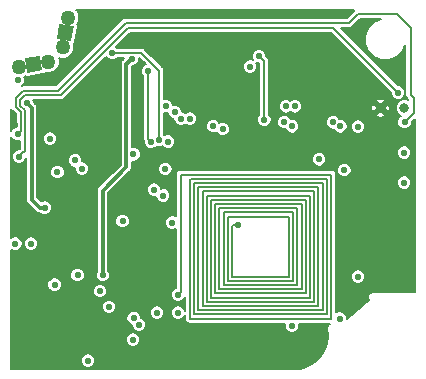
<source format=gbr>
G04 #@! TF.GenerationSoftware,KiCad,Pcbnew,(5.0.0-rc2-92-g9552e0272)*
G04 #@! TF.CreationDate,2018-06-17T01:32:07-07:00*
G04 #@! TF.ProjectId,sprite,7370726974652E6B696361645F706362,rev?*
G04 #@! TF.SameCoordinates,Original*
G04 #@! TF.FileFunction,Copper,L2,Inr,Plane*
G04 #@! TF.FilePolarity,Positive*
%FSLAX46Y46*%
G04 Gerber Fmt 4.6, Leading zero omitted, Abs format (unit mm)*
G04 Created by KiCad (PCBNEW (5.0.0-rc2-92-g9552e0272)) date Sun Jun 17 01:32:07 2018*
%MOMM*%
%LPD*%
G01*
G04 APERTURE LIST*
G04 #@! TA.AperFunction,ViaPad*
%ADD10C,0.812800*%
G04 #@! TD*
G04 #@! TA.AperFunction,ViaPad*
%ADD11C,1.270000*%
G04 #@! TD*
G04 #@! TA.AperFunction,Conductor*
%ADD12C,0.076200*%
G04 #@! TD*
G04 #@! TA.AperFunction,ViaPad*
%ADD13C,0.558800*%
G04 #@! TD*
G04 #@! TA.AperFunction,Conductor*
%ADD14C,0.304800*%
G04 #@! TD*
G04 #@! TA.AperFunction,Conductor*
%ADD15C,0.203200*%
G04 #@! TD*
G04 #@! TA.AperFunction,Conductor*
%ADD16C,0.152400*%
G04 #@! TD*
G04 APERTURE END LIST*
D10*
G04 #@! TO.N,GND*
G04 #@! TO.C,B1*
X152541100Y-92152074D03*
G04 #@! TO.N,/VBAT*
X154541100Y-92152074D03*
G04 #@! TD*
D11*
G04 #@! TO.N,/RF_N*
G04 #@! TO.C,A1*
X121890394Y-88672607D03*
X124391806Y-88231541D03*
X123141100Y-88452074D03*
D12*
G36*
X123656186Y-87716454D02*
X123876720Y-88967160D01*
X122626014Y-89187694D01*
X122405480Y-87936988D01*
X123656186Y-87716454D01*
X123656186Y-87716454D01*
G37*
G04 #@! TD*
D11*
G04 #@! TO.N,/RF_P*
G04 #@! TO.C,A2*
X125620567Y-87002780D03*
X126061633Y-84501368D03*
X125841100Y-85752074D03*
D12*
G36*
X125326014Y-85016454D02*
X126576720Y-85236988D01*
X126356186Y-86487694D01*
X125105480Y-86267160D01*
X125326014Y-85016454D01*
X125326014Y-85016454D01*
G37*
G04 #@! TD*
D13*
G04 #@! TO.N,VCC*
X131572000Y-111760000D03*
X131445000Y-88005112D03*
X121607700Y-103632000D03*
X129013769Y-106302674D03*
G04 #@! TO.N,GND*
X154178000Y-100838000D03*
X149352000Y-95504000D03*
X131064000Y-107696000D03*
X153162000Y-97282000D03*
X124714000Y-104394000D03*
X124206000Y-112014000D03*
X143827500Y-84328000D03*
X133096000Y-103886000D03*
X149606000Y-106426000D03*
X129540000Y-84836000D03*
X121539000Y-99441000D03*
X136652000Y-87401410D03*
X138938000Y-87401410D03*
X132842000Y-113601500D03*
X134747000Y-87566500D03*
X129540000Y-111252000D03*
X123825928Y-99884051D03*
X127571500Y-92329000D03*
X128524000Y-93980000D03*
X146812000Y-93700714D03*
X140462000Y-86360000D03*
X138049000Y-94996000D03*
X121539000Y-93599000D03*
X127254000Y-103886000D03*
X148286928Y-84393524D03*
X141478000Y-114046000D03*
X145542000Y-114046000D03*
G04 #@! TO.N,VCCINT*
X141478000Y-88646000D03*
X145034000Y-110617000D03*
X130683000Y-101727000D03*
X134873998Y-101854000D03*
X124079000Y-100584000D03*
X124932508Y-107105166D03*
X122555000Y-91701184D03*
G04 #@! TO.N,VCCIO*
X127762000Y-113538000D03*
X122936000Y-103632000D03*
X126873000Y-106299000D03*
X150622000Y-93726000D03*
X121793000Y-89789000D03*
G04 #@! TO.N,Net-(R6-Pad2)*
X142690833Y-93135433D03*
X142240000Y-87757000D03*
G04 #@! TO.N,/SDA*
X144526000Y-92004126D03*
X138353828Y-93693411D03*
X144383431Y-93345103D03*
G04 #@! TO.N,/SCL*
X145286309Y-92004192D03*
X145041633Y-93700714D03*
X139159901Y-93947901D03*
G04 #@! TO.N,/REG_D1*
X132867380Y-89027000D03*
X133084799Y-94995991D03*
G04 #@! TO.N,/REG_D0*
X135636000Y-93047365D03*
G04 #@! TO.N,/DSW*
X129821642Y-87471712D03*
X133784765Y-94869125D03*
G04 #@! TO.N,Net-(R10-Pad2)*
X134556500Y-94996000D03*
G04 #@! TO.N,Net-(R9-Pad1)*
X136398000Y-93047363D03*
G04 #@! TO.N,/PGOOD*
X135128000Y-92509886D03*
G04 #@! TO.N,/VBAT*
X134366000Y-91976486D03*
G04 #@! TO.N,/REGGOOD*
X124546167Y-94742000D03*
G04 #@! TO.N,Net-(R7-Pad1)*
X125177223Y-97586290D03*
G04 #@! TO.N,/EN_3*
X128778000Y-107645210D03*
G04 #@! TO.N,/EN_2*
X149462473Y-97400117D03*
X126677189Y-96583116D03*
G04 #@! TO.N,/EN_1*
X132080000Y-110490000D03*
G04 #@! TO.N,/TST*
X121793000Y-94361000D03*
X154559000Y-93345000D03*
G04 #@! TO.N,/UART_RX*
X154541100Y-98462074D03*
X134309429Y-97304922D03*
G04 #@! TO.N,/UART_TX*
X154541100Y-95922074D03*
X131610391Y-96071192D03*
G04 #@! TO.N,/PWM2*
X133604000Y-109474000D03*
X134121896Y-99558104D03*
G04 #@! TO.N,/PWM1*
X131625015Y-109943364D03*
X147341087Y-96494590D03*
X129536178Y-108969822D03*
X133349992Y-99060000D03*
G04 #@! TO.N,Net-(L4-Pad2)*
X148499742Y-93360490D03*
G04 #@! TO.N,Net-(R12-Pad1)*
X149124298Y-93700714D03*
G04 #@! TO.N,Net-(R22-Pad2)*
X135382000Y-109474000D03*
X149098000Y-109982000D03*
G04 #@! TO.N,Net-(R22-Pad1)*
X150622000Y-106426000D03*
X135382000Y-107950000D03*
X140462000Y-102082600D03*
G04 #@! TO.N,/~RST*
X154025600Y-90842074D03*
X121920000Y-96266000D03*
G04 #@! TO.N,Net-(U1-Pad47)*
X127254000Y-97281954D03*
G04 #@! TD*
D14*
G04 #@! TO.N,VCC*
X131013201Y-88436911D02*
X131013201Y-97134009D01*
X129013769Y-105907543D02*
X129013769Y-106302674D01*
X131445000Y-88005112D02*
X131013201Y-88436911D01*
X129013769Y-99133441D02*
X129013769Y-105907543D01*
X131013201Y-97134009D02*
X129013769Y-99133441D01*
G04 #@! TO.N,VCCINT*
X122999500Y-99899631D02*
X122999500Y-92145684D01*
X122999500Y-92145684D02*
X122834399Y-91980583D01*
X123683869Y-100584000D02*
X122999500Y-99899631D01*
X122834399Y-91980583D02*
X122555000Y-91701184D01*
X124079000Y-100584000D02*
X123683869Y-100584000D01*
D15*
G04 #@! TO.N,Net-(R6-Pad2)*
X142519399Y-88036399D02*
X142240000Y-87757000D01*
X142690833Y-93135433D02*
X142690833Y-88207833D01*
X142690833Y-88207833D02*
X142519399Y-88036399D01*
G04 #@! TO.N,/REG_D1*
X132867380Y-94778572D02*
X133084799Y-94995991D01*
X132867380Y-89027000D02*
X132867380Y-94778572D01*
G04 #@! TO.N,/DSW*
X132261205Y-87471712D02*
X133784765Y-88995272D01*
X133784765Y-88995272D02*
X133784765Y-94869125D01*
X129821642Y-87471712D02*
X132261205Y-87471712D01*
G04 #@! TO.N,/PGOOD*
X135128000Y-92509886D02*
X135089901Y-92547985D01*
G04 #@! TO.N,/TST*
X155067000Y-91059000D02*
X155321000Y-91313000D01*
X154838399Y-93065601D02*
X154559000Y-93345000D01*
X121793000Y-94361000D02*
X122072400Y-94081600D01*
X155067000Y-85344000D02*
X155067000Y-91059000D01*
X150585934Y-84201000D02*
X153924000Y-84201000D01*
X149860000Y-84926934D02*
X150585934Y-84201000D01*
X121665988Y-92090143D02*
X121665988Y-91283481D01*
X130973066Y-84926934D02*
X149860000Y-84926934D01*
X155321000Y-92583000D02*
X154838399Y-93065601D01*
X125229200Y-90670800D02*
X130973066Y-84926934D01*
X122278669Y-90670800D02*
X125229200Y-90670800D01*
X121665988Y-91283481D02*
X122278669Y-90670800D01*
X122072400Y-94081600D02*
X122072400Y-92496555D01*
X153924000Y-84201000D02*
X155067000Y-85344000D01*
X122072400Y-92496555D02*
X121665988Y-92090143D01*
X155321000Y-91313000D02*
X155321000Y-92583000D01*
G04 #@! TO.N,Net-(R22-Pad1)*
X140066869Y-102082600D02*
X140462000Y-102082600D01*
X139954000Y-102195469D02*
X140066869Y-102082600D01*
X139954000Y-106426000D02*
X139954000Y-102195469D01*
X135636000Y-97790000D02*
X148336000Y-97790000D01*
X148336000Y-109982000D02*
X136398000Y-109982000D01*
X137109200Y-109270800D02*
X137109200Y-98856800D01*
X138176000Y-108204000D02*
X138176000Y-99923600D01*
X136753600Y-98501200D02*
X147624800Y-98501200D01*
X135382000Y-107950000D02*
X135636000Y-107696000D01*
X139598400Y-106781600D02*
X139598400Y-101346000D01*
X147624800Y-98501200D02*
X147624800Y-109270800D01*
X148336000Y-97790000D02*
X148336000Y-109982000D01*
X147624800Y-109270800D02*
X137109200Y-109270800D01*
X139242800Y-100990400D02*
X145135600Y-100990400D01*
X147269200Y-98856800D02*
X147269200Y-108915200D01*
X145491200Y-100634800D02*
X145491200Y-107137200D01*
X136398000Y-109982000D02*
X136398000Y-98247200D01*
X139242800Y-107137200D02*
X139242800Y-100990400D01*
X136753600Y-109626400D02*
X136753600Y-98501200D01*
X147980400Y-109626400D02*
X136753600Y-109626400D01*
X136398000Y-98247200D02*
X136499600Y-98145600D01*
X146913600Y-99212400D02*
X146913600Y-108559600D01*
X145135600Y-100990400D02*
X145135600Y-106781600D01*
X137464800Y-99212400D02*
X146913600Y-99212400D01*
X147269200Y-108915200D02*
X137464800Y-108915200D01*
X136499600Y-98145600D02*
X147980400Y-98145600D01*
X137109200Y-98856800D02*
X147269200Y-98856800D01*
X146913600Y-108559600D02*
X137820400Y-108559600D01*
X147980400Y-98145600D02*
X147980400Y-109626400D01*
X137820400Y-108559600D02*
X137820400Y-99568000D01*
X146558000Y-99568000D02*
X146558000Y-108204000D01*
X138176000Y-99923600D02*
X146202400Y-99923600D01*
X138531600Y-107848400D02*
X138531600Y-100279200D01*
X146202400Y-99923600D02*
X146202400Y-107848400D01*
X146558000Y-108204000D02*
X138176000Y-108204000D01*
X146202400Y-107848400D02*
X138531600Y-107848400D01*
X137464800Y-108915200D02*
X137464800Y-99212400D01*
X138531600Y-100279200D02*
X145846800Y-100279200D01*
X145846800Y-100279200D02*
X145846800Y-107492800D01*
X138887200Y-107492800D02*
X138887200Y-100634800D01*
X145846800Y-107492800D02*
X138887200Y-107492800D01*
X145491200Y-107137200D02*
X139242800Y-107137200D01*
X138887200Y-100634800D02*
X145491200Y-100634800D01*
X137820400Y-99568000D02*
X146558000Y-99568000D01*
X145135600Y-106781600D02*
X139598400Y-106781600D01*
X139598400Y-101346000D02*
X144780000Y-101346000D01*
X135636000Y-107696000D02*
X135636000Y-97790000D01*
X144780000Y-101346000D02*
X144780000Y-106426000D01*
X144780000Y-106426000D02*
X139954000Y-106426000D01*
G04 #@! TO.N,/~RST*
X154025600Y-90842074D02*
X148527526Y-85344000D01*
X122021599Y-91942845D02*
X122428011Y-92349257D01*
X131159920Y-85344000D02*
X125477509Y-91026411D01*
X122425967Y-91026411D02*
X122021599Y-91430779D01*
X122428011Y-95757989D02*
X122199399Y-95986601D01*
X122428011Y-92349257D02*
X122428011Y-95757989D01*
X125477509Y-91026411D02*
X122425967Y-91026411D01*
X148527526Y-85344000D02*
X131159920Y-85344000D01*
X122199399Y-95986601D02*
X121920000Y-96266000D01*
X122021599Y-91430779D02*
X122021599Y-91942845D01*
G04 #@! TD*
D16*
G04 #@! TO.N,GND*
G36*
X151961020Y-84885281D02*
X151474307Y-85371994D01*
X151210900Y-86007916D01*
X151210900Y-86696232D01*
X151474307Y-87332154D01*
X151961020Y-87818867D01*
X152596942Y-88082274D01*
X153285258Y-88082274D01*
X153921180Y-87818867D01*
X154407893Y-87332154D01*
X154635200Y-86783385D01*
X154635201Y-91016473D01*
X154626742Y-91059000D01*
X154660254Y-91227479D01*
X154731601Y-91334258D01*
X154731603Y-91334260D01*
X154755691Y-91370310D01*
X154791741Y-91394398D01*
X154889200Y-91491857D01*
X154889200Y-91498972D01*
X154687619Y-91415474D01*
X154394581Y-91415474D01*
X154123850Y-91527615D01*
X153916641Y-91734824D01*
X153804500Y-92005555D01*
X153804500Y-92298593D01*
X153916641Y-92569324D01*
X154123850Y-92776533D01*
X154231144Y-92820976D01*
X154213689Y-92828206D01*
X154042206Y-92999689D01*
X153949400Y-93223743D01*
X153949400Y-93466257D01*
X154042206Y-93690311D01*
X154213689Y-93861794D01*
X154437743Y-93954600D01*
X154680257Y-93954600D01*
X154904311Y-93861794D01*
X155075794Y-93690311D01*
X155168600Y-93466257D01*
X155168600Y-93346058D01*
X155173798Y-93340860D01*
X155173800Y-93340857D01*
X155435901Y-93078757D01*
X155435900Y-107746874D01*
X151801193Y-107746874D01*
X151682999Y-107770384D01*
X151548967Y-107859941D01*
X151459410Y-107993973D01*
X151427962Y-108152074D01*
X151459410Y-108310175D01*
X151544159Y-108437011D01*
X149707600Y-109967477D01*
X149707600Y-109860743D01*
X149614794Y-109636689D01*
X149443311Y-109465206D01*
X149219257Y-109372400D01*
X148976743Y-109372400D01*
X148767800Y-109458947D01*
X148767800Y-106304743D01*
X150012400Y-106304743D01*
X150012400Y-106547257D01*
X150105206Y-106771311D01*
X150276689Y-106942794D01*
X150500743Y-107035600D01*
X150743257Y-107035600D01*
X150967311Y-106942794D01*
X151138794Y-106771311D01*
X151231600Y-106547257D01*
X151231600Y-106304743D01*
X151138794Y-106080689D01*
X150967311Y-105909206D01*
X150743257Y-105816400D01*
X150500743Y-105816400D01*
X150276689Y-105909206D01*
X150105206Y-106080689D01*
X150012400Y-106304743D01*
X148767800Y-106304743D01*
X148767800Y-98340817D01*
X153931500Y-98340817D01*
X153931500Y-98583331D01*
X154024306Y-98807385D01*
X154195789Y-98978868D01*
X154419843Y-99071674D01*
X154662357Y-99071674D01*
X154886411Y-98978868D01*
X155057894Y-98807385D01*
X155150700Y-98583331D01*
X155150700Y-98340817D01*
X155057894Y-98116763D01*
X154886411Y-97945280D01*
X154662357Y-97852474D01*
X154419843Y-97852474D01*
X154195789Y-97945280D01*
X154024306Y-98116763D01*
X153931500Y-98340817D01*
X148767800Y-98340817D01*
X148767800Y-97832526D01*
X148776259Y-97790000D01*
X148742746Y-97621520D01*
X148647310Y-97478690D01*
X148504480Y-97383254D01*
X148378526Y-97358200D01*
X148336000Y-97349741D01*
X148293474Y-97358200D01*
X135678526Y-97358200D01*
X135636000Y-97349741D01*
X135593474Y-97358200D01*
X135467520Y-97383254D01*
X135324690Y-97478690D01*
X135229254Y-97621520D01*
X135195741Y-97790000D01*
X135204201Y-97832531D01*
X135204201Y-101330948D01*
X134995255Y-101244400D01*
X134752741Y-101244400D01*
X134528687Y-101337206D01*
X134357204Y-101508689D01*
X134264398Y-101732743D01*
X134264398Y-101975257D01*
X134357204Y-102199311D01*
X134528687Y-102370794D01*
X134752741Y-102463600D01*
X134995255Y-102463600D01*
X135204201Y-102377052D01*
X135204200Y-107363821D01*
X135036689Y-107433206D01*
X134865206Y-107604689D01*
X134772400Y-107828743D01*
X134772400Y-108071257D01*
X134865206Y-108295311D01*
X135036689Y-108466794D01*
X135260743Y-108559600D01*
X135503257Y-108559600D01*
X135727311Y-108466794D01*
X135898794Y-108295311D01*
X135966200Y-108132578D01*
X135966200Y-109291422D01*
X135898794Y-109128689D01*
X135727311Y-108957206D01*
X135503257Y-108864400D01*
X135260743Y-108864400D01*
X135036689Y-108957206D01*
X134865206Y-109128689D01*
X134772400Y-109352743D01*
X134772400Y-109595257D01*
X134865206Y-109819311D01*
X135036689Y-109990794D01*
X135260743Y-110083600D01*
X135503257Y-110083600D01*
X135727311Y-109990794D01*
X135898794Y-109819311D01*
X135966200Y-109656578D01*
X135966200Y-109939474D01*
X135957741Y-109982000D01*
X135991254Y-110150480D01*
X136043283Y-110228347D01*
X136086690Y-110293310D01*
X136229520Y-110388746D01*
X136398000Y-110422259D01*
X136440526Y-110413800D01*
X144458342Y-110413800D01*
X144424400Y-110495743D01*
X144424400Y-110738257D01*
X144517206Y-110962311D01*
X144688689Y-111133794D01*
X144912743Y-111226600D01*
X145155257Y-111226600D01*
X145379311Y-111133794D01*
X145550794Y-110962311D01*
X145643600Y-110738257D01*
X145643600Y-110495743D01*
X145609658Y-110413800D01*
X148218022Y-110413800D01*
X148148967Y-110459941D01*
X148059410Y-110593973D01*
X148027962Y-110752074D01*
X148038750Y-110806307D01*
X148085648Y-111459797D01*
X147993827Y-112089582D01*
X147768910Y-112684959D01*
X147421393Y-113218148D01*
X146967484Y-113664278D01*
X146428369Y-114002529D01*
X145813761Y-114222649D01*
X145698852Y-114246874D01*
X121246300Y-114246874D01*
X121246300Y-113416743D01*
X127152400Y-113416743D01*
X127152400Y-113659257D01*
X127245206Y-113883311D01*
X127416689Y-114054794D01*
X127640743Y-114147600D01*
X127883257Y-114147600D01*
X128107311Y-114054794D01*
X128278794Y-113883311D01*
X128371600Y-113659257D01*
X128371600Y-113416743D01*
X128278794Y-113192689D01*
X128107311Y-113021206D01*
X127883257Y-112928400D01*
X127640743Y-112928400D01*
X127416689Y-113021206D01*
X127245206Y-113192689D01*
X127152400Y-113416743D01*
X121246300Y-113416743D01*
X121246300Y-111638743D01*
X130962400Y-111638743D01*
X130962400Y-111881257D01*
X131055206Y-112105311D01*
X131226689Y-112276794D01*
X131450743Y-112369600D01*
X131693257Y-112369600D01*
X131917311Y-112276794D01*
X132088794Y-112105311D01*
X132181600Y-111881257D01*
X132181600Y-111638743D01*
X132088794Y-111414689D01*
X131917311Y-111243206D01*
X131693257Y-111150400D01*
X131450743Y-111150400D01*
X131226689Y-111243206D01*
X131055206Y-111414689D01*
X130962400Y-111638743D01*
X121246300Y-111638743D01*
X121246300Y-109822107D01*
X131015415Y-109822107D01*
X131015415Y-110064621D01*
X131108221Y-110288675D01*
X131279704Y-110460158D01*
X131470400Y-110539147D01*
X131470400Y-110611257D01*
X131563206Y-110835311D01*
X131734689Y-111006794D01*
X131958743Y-111099600D01*
X132201257Y-111099600D01*
X132425311Y-111006794D01*
X132596794Y-110835311D01*
X132689600Y-110611257D01*
X132689600Y-110368743D01*
X132596794Y-110144689D01*
X132425311Y-109973206D01*
X132234615Y-109894217D01*
X132234615Y-109822107D01*
X132141809Y-109598053D01*
X131970326Y-109426570D01*
X131792092Y-109352743D01*
X132994400Y-109352743D01*
X132994400Y-109595257D01*
X133087206Y-109819311D01*
X133258689Y-109990794D01*
X133482743Y-110083600D01*
X133725257Y-110083600D01*
X133949311Y-109990794D01*
X134120794Y-109819311D01*
X134213600Y-109595257D01*
X134213600Y-109352743D01*
X134120794Y-109128689D01*
X133949311Y-108957206D01*
X133725257Y-108864400D01*
X133482743Y-108864400D01*
X133258689Y-108957206D01*
X133087206Y-109128689D01*
X132994400Y-109352743D01*
X131792092Y-109352743D01*
X131746272Y-109333764D01*
X131503758Y-109333764D01*
X131279704Y-109426570D01*
X131108221Y-109598053D01*
X131015415Y-109822107D01*
X121246300Y-109822107D01*
X121246300Y-108848565D01*
X128926578Y-108848565D01*
X128926578Y-109091079D01*
X129019384Y-109315133D01*
X129190867Y-109486616D01*
X129414921Y-109579422D01*
X129657435Y-109579422D01*
X129881489Y-109486616D01*
X130052972Y-109315133D01*
X130145778Y-109091079D01*
X130145778Y-108848565D01*
X130052972Y-108624511D01*
X129881489Y-108453028D01*
X129657435Y-108360222D01*
X129414921Y-108360222D01*
X129190867Y-108453028D01*
X129019384Y-108624511D01*
X128926578Y-108848565D01*
X121246300Y-108848565D01*
X121246300Y-106983909D01*
X124322908Y-106983909D01*
X124322908Y-107226423D01*
X124415714Y-107450477D01*
X124587197Y-107621960D01*
X124811251Y-107714766D01*
X125053765Y-107714766D01*
X125277819Y-107621960D01*
X125375826Y-107523953D01*
X128168400Y-107523953D01*
X128168400Y-107766467D01*
X128261206Y-107990521D01*
X128432689Y-108162004D01*
X128656743Y-108254810D01*
X128899257Y-108254810D01*
X129123311Y-108162004D01*
X129294794Y-107990521D01*
X129387600Y-107766467D01*
X129387600Y-107523953D01*
X129294794Y-107299899D01*
X129123311Y-107128416D01*
X128899257Y-107035610D01*
X128656743Y-107035610D01*
X128432689Y-107128416D01*
X128261206Y-107299899D01*
X128168400Y-107523953D01*
X125375826Y-107523953D01*
X125449302Y-107450477D01*
X125542108Y-107226423D01*
X125542108Y-106983909D01*
X125449302Y-106759855D01*
X125277819Y-106588372D01*
X125053765Y-106495566D01*
X124811251Y-106495566D01*
X124587197Y-106588372D01*
X124415714Y-106759855D01*
X124322908Y-106983909D01*
X121246300Y-106983909D01*
X121246300Y-106177743D01*
X126263400Y-106177743D01*
X126263400Y-106420257D01*
X126356206Y-106644311D01*
X126527689Y-106815794D01*
X126751743Y-106908600D01*
X126994257Y-106908600D01*
X127218311Y-106815794D01*
X127389794Y-106644311D01*
X127482600Y-106420257D01*
X127482600Y-106177743D01*
X127389794Y-105953689D01*
X127218311Y-105782206D01*
X126994257Y-105689400D01*
X126751743Y-105689400D01*
X126527689Y-105782206D01*
X126356206Y-105953689D01*
X126263400Y-106177743D01*
X121246300Y-106177743D01*
X121246300Y-104132705D01*
X121262389Y-104148794D01*
X121486443Y-104241600D01*
X121728957Y-104241600D01*
X121953011Y-104148794D01*
X122124494Y-103977311D01*
X122217300Y-103753257D01*
X122217300Y-103510743D01*
X122326400Y-103510743D01*
X122326400Y-103753257D01*
X122419206Y-103977311D01*
X122590689Y-104148794D01*
X122814743Y-104241600D01*
X123057257Y-104241600D01*
X123281311Y-104148794D01*
X123452794Y-103977311D01*
X123545600Y-103753257D01*
X123545600Y-103510743D01*
X123452794Y-103286689D01*
X123281311Y-103115206D01*
X123057257Y-103022400D01*
X122814743Y-103022400D01*
X122590689Y-103115206D01*
X122419206Y-103286689D01*
X122326400Y-103510743D01*
X122217300Y-103510743D01*
X122124494Y-103286689D01*
X121953011Y-103115206D01*
X121728957Y-103022400D01*
X121486443Y-103022400D01*
X121262389Y-103115206D01*
X121246300Y-103131295D01*
X121246300Y-94634111D01*
X121276206Y-94706311D01*
X121447689Y-94877794D01*
X121671743Y-94970600D01*
X121914257Y-94970600D01*
X121996212Y-94936653D01*
X121996212Y-95579132D01*
X121924144Y-95651200D01*
X121924140Y-95651202D01*
X121918942Y-95656400D01*
X121798743Y-95656400D01*
X121574689Y-95749206D01*
X121403206Y-95920689D01*
X121310400Y-96144743D01*
X121310400Y-96387257D01*
X121403206Y-96611311D01*
X121574689Y-96782794D01*
X121798743Y-96875600D01*
X122041257Y-96875600D01*
X122265311Y-96782794D01*
X122436794Y-96611311D01*
X122516900Y-96417916D01*
X122516900Y-99852103D01*
X122507446Y-99899631D01*
X122516900Y-99947159D01*
X122544901Y-100087931D01*
X122651565Y-100247566D01*
X122691864Y-100274493D01*
X123309009Y-100891639D01*
X123335934Y-100931935D01*
X123445188Y-101004936D01*
X123495567Y-101038599D01*
X123683869Y-101076054D01*
X123704788Y-101071893D01*
X123733689Y-101100794D01*
X123957743Y-101193600D01*
X124200257Y-101193600D01*
X124424311Y-101100794D01*
X124595794Y-100929311D01*
X124688600Y-100705257D01*
X124688600Y-100462743D01*
X124595794Y-100238689D01*
X124424311Y-100067206D01*
X124200257Y-99974400D01*
X123957743Y-99974400D01*
X123815632Y-100033264D01*
X123482100Y-99699733D01*
X123482100Y-97465033D01*
X124567623Y-97465033D01*
X124567623Y-97707547D01*
X124660429Y-97931601D01*
X124831912Y-98103084D01*
X125055966Y-98195890D01*
X125298480Y-98195890D01*
X125522534Y-98103084D01*
X125694017Y-97931601D01*
X125786823Y-97707547D01*
X125786823Y-97465033D01*
X125694017Y-97240979D01*
X125522534Y-97069496D01*
X125298480Y-96976690D01*
X125055966Y-96976690D01*
X124831912Y-97069496D01*
X124660429Y-97240979D01*
X124567623Y-97465033D01*
X123482100Y-97465033D01*
X123482100Y-96461859D01*
X126067589Y-96461859D01*
X126067589Y-96704373D01*
X126160395Y-96928427D01*
X126331878Y-97099910D01*
X126555932Y-97192716D01*
X126644400Y-97192716D01*
X126644400Y-97403211D01*
X126737206Y-97627265D01*
X126908689Y-97798748D01*
X127132743Y-97891554D01*
X127375257Y-97891554D01*
X127599311Y-97798748D01*
X127770794Y-97627265D01*
X127863600Y-97403211D01*
X127863600Y-97160697D01*
X127770794Y-96936643D01*
X127599311Y-96765160D01*
X127375257Y-96672354D01*
X127286789Y-96672354D01*
X127286789Y-96461859D01*
X127193983Y-96237805D01*
X127022500Y-96066322D01*
X126798446Y-95973516D01*
X126555932Y-95973516D01*
X126331878Y-96066322D01*
X126160395Y-96237805D01*
X126067589Y-96461859D01*
X123482100Y-96461859D01*
X123482100Y-94620743D01*
X123936567Y-94620743D01*
X123936567Y-94863257D01*
X124029373Y-95087311D01*
X124200856Y-95258794D01*
X124424910Y-95351600D01*
X124667424Y-95351600D01*
X124891478Y-95258794D01*
X125062961Y-95087311D01*
X125155767Y-94863257D01*
X125155767Y-94620743D01*
X125062961Y-94396689D01*
X124891478Y-94225206D01*
X124667424Y-94132400D01*
X124424910Y-94132400D01*
X124200856Y-94225206D01*
X124029373Y-94396689D01*
X123936567Y-94620743D01*
X123482100Y-94620743D01*
X123482100Y-92193211D01*
X123491554Y-92145683D01*
X123477295Y-92073998D01*
X123454099Y-91957383D01*
X123347435Y-91797749D01*
X123307136Y-91770822D01*
X123164600Y-91628286D01*
X123164600Y-91579927D01*
X123114184Y-91458211D01*
X125434987Y-91458211D01*
X125477509Y-91466669D01*
X125520031Y-91458211D01*
X125520035Y-91458211D01*
X125645989Y-91433157D01*
X125788819Y-91337721D01*
X125812909Y-91301668D01*
X129302712Y-87811866D01*
X129304848Y-87817023D01*
X129476331Y-87988506D01*
X129700385Y-88081312D01*
X129942899Y-88081312D01*
X130166953Y-87988506D01*
X130251947Y-87903512D01*
X130835400Y-87903512D01*
X130835400Y-87932214D01*
X130705564Y-88062050D01*
X130665266Y-88088976D01*
X130558602Y-88248611D01*
X130538351Y-88350423D01*
X130521147Y-88436911D01*
X130530601Y-88484439D01*
X130530602Y-96934109D01*
X128706133Y-98758579D01*
X128665834Y-98785506D01*
X128559170Y-98945141D01*
X128543230Y-99025280D01*
X128521715Y-99133441D01*
X128531169Y-99180969D01*
X128531170Y-105860010D01*
X128531169Y-105860015D01*
X128531169Y-105923169D01*
X128496975Y-105957363D01*
X128404169Y-106181417D01*
X128404169Y-106423931D01*
X128496975Y-106647985D01*
X128668458Y-106819468D01*
X128892512Y-106912274D01*
X129135026Y-106912274D01*
X129359080Y-106819468D01*
X129530563Y-106647985D01*
X129623369Y-106423931D01*
X129623369Y-106181417D01*
X129530563Y-105957363D01*
X129496369Y-105923169D01*
X129496369Y-101605743D01*
X130073400Y-101605743D01*
X130073400Y-101848257D01*
X130166206Y-102072311D01*
X130337689Y-102243794D01*
X130561743Y-102336600D01*
X130804257Y-102336600D01*
X131028311Y-102243794D01*
X131199794Y-102072311D01*
X131292600Y-101848257D01*
X131292600Y-101605743D01*
X131199794Y-101381689D01*
X131028311Y-101210206D01*
X130804257Y-101117400D01*
X130561743Y-101117400D01*
X130337689Y-101210206D01*
X130166206Y-101381689D01*
X130073400Y-101605743D01*
X129496369Y-101605743D01*
X129496369Y-99333339D01*
X129890965Y-98938743D01*
X132740392Y-98938743D01*
X132740392Y-99181257D01*
X132833198Y-99405311D01*
X133004681Y-99576794D01*
X133228735Y-99669600D01*
X133471249Y-99669600D01*
X133512296Y-99652598D01*
X133512296Y-99679361D01*
X133605102Y-99903415D01*
X133776585Y-100074898D01*
X134000639Y-100167704D01*
X134243153Y-100167704D01*
X134467207Y-100074898D01*
X134638690Y-99903415D01*
X134731496Y-99679361D01*
X134731496Y-99436847D01*
X134638690Y-99212793D01*
X134467207Y-99041310D01*
X134243153Y-98948504D01*
X134000639Y-98948504D01*
X133959592Y-98965506D01*
X133959592Y-98938743D01*
X133866786Y-98714689D01*
X133695303Y-98543206D01*
X133471249Y-98450400D01*
X133228735Y-98450400D01*
X133004681Y-98543206D01*
X132833198Y-98714689D01*
X132740392Y-98938743D01*
X129890965Y-98938743D01*
X131320840Y-97508869D01*
X131361136Y-97481944D01*
X131443819Y-97358200D01*
X131467800Y-97322311D01*
X131495377Y-97183665D01*
X133699829Y-97183665D01*
X133699829Y-97426179D01*
X133792635Y-97650233D01*
X133964118Y-97821716D01*
X134188172Y-97914522D01*
X134430686Y-97914522D01*
X134654740Y-97821716D01*
X134826223Y-97650233D01*
X134919029Y-97426179D01*
X134919029Y-97278860D01*
X148852873Y-97278860D01*
X148852873Y-97521374D01*
X148945679Y-97745428D01*
X149117162Y-97916911D01*
X149341216Y-98009717D01*
X149583730Y-98009717D01*
X149807784Y-97916911D01*
X149979267Y-97745428D01*
X150072073Y-97521374D01*
X150072073Y-97278860D01*
X149979267Y-97054806D01*
X149807784Y-96883323D01*
X149583730Y-96790517D01*
X149341216Y-96790517D01*
X149117162Y-96883323D01*
X148945679Y-97054806D01*
X148852873Y-97278860D01*
X134919029Y-97278860D01*
X134919029Y-97183665D01*
X134826223Y-96959611D01*
X134654740Y-96788128D01*
X134430686Y-96695322D01*
X134188172Y-96695322D01*
X133964118Y-96788128D01*
X133792635Y-96959611D01*
X133699829Y-97183665D01*
X131495377Y-97183665D01*
X131505255Y-97134009D01*
X131495801Y-97086480D01*
X131495801Y-96680792D01*
X131731648Y-96680792D01*
X131955702Y-96587986D01*
X132127185Y-96416503D01*
X132145066Y-96373333D01*
X146731487Y-96373333D01*
X146731487Y-96615847D01*
X146824293Y-96839901D01*
X146995776Y-97011384D01*
X147219830Y-97104190D01*
X147462344Y-97104190D01*
X147686398Y-97011384D01*
X147857881Y-96839901D01*
X147950687Y-96615847D01*
X147950687Y-96373333D01*
X147857881Y-96149279D01*
X147686398Y-95977796D01*
X147462344Y-95884990D01*
X147219830Y-95884990D01*
X146995776Y-95977796D01*
X146824293Y-96149279D01*
X146731487Y-96373333D01*
X132145066Y-96373333D01*
X132219991Y-96192449D01*
X132219991Y-95949935D01*
X132158225Y-95800817D01*
X153931500Y-95800817D01*
X153931500Y-96043331D01*
X154024306Y-96267385D01*
X154195789Y-96438868D01*
X154419843Y-96531674D01*
X154662357Y-96531674D01*
X154886411Y-96438868D01*
X155057894Y-96267385D01*
X155150700Y-96043331D01*
X155150700Y-95800817D01*
X155057894Y-95576763D01*
X154886411Y-95405280D01*
X154662357Y-95312474D01*
X154419843Y-95312474D01*
X154195789Y-95405280D01*
X154024306Y-95576763D01*
X153931500Y-95800817D01*
X132158225Y-95800817D01*
X132127185Y-95725881D01*
X131955702Y-95554398D01*
X131731648Y-95461592D01*
X131495801Y-95461592D01*
X131495801Y-88636809D01*
X131517898Y-88614712D01*
X131566257Y-88614712D01*
X131790311Y-88521906D01*
X131961794Y-88350423D01*
X132054600Y-88126369D01*
X132054600Y-87903512D01*
X132082348Y-87903512D01*
X132640137Y-88461301D01*
X132522069Y-88510206D01*
X132350586Y-88681689D01*
X132257780Y-88905743D01*
X132257780Y-89148257D01*
X132350586Y-89372311D01*
X132435580Y-89457305D01*
X132435581Y-94736045D01*
X132427122Y-94778572D01*
X132460634Y-94947051D01*
X132475199Y-94968849D01*
X132475199Y-95117248D01*
X132568005Y-95341302D01*
X132739488Y-95512785D01*
X132963542Y-95605591D01*
X133206056Y-95605591D01*
X133430110Y-95512785D01*
X133522555Y-95420340D01*
X133663508Y-95478725D01*
X133906022Y-95478725D01*
X134097717Y-95399322D01*
X134211189Y-95512794D01*
X134435243Y-95605600D01*
X134677757Y-95605600D01*
X134901811Y-95512794D01*
X135073294Y-95341311D01*
X135166100Y-95117257D01*
X135166100Y-94874743D01*
X135073294Y-94650689D01*
X134901811Y-94479206D01*
X134677757Y-94386400D01*
X134435243Y-94386400D01*
X134243548Y-94465803D01*
X134216565Y-94438820D01*
X134216565Y-92574414D01*
X134244743Y-92586086D01*
X134487257Y-92586086D01*
X134518400Y-92573186D01*
X134518400Y-92631143D01*
X134611206Y-92855197D01*
X134782689Y-93026680D01*
X135006743Y-93119486D01*
X135026400Y-93119486D01*
X135026400Y-93168622D01*
X135119206Y-93392676D01*
X135290689Y-93564159D01*
X135514743Y-93656965D01*
X135757257Y-93656965D01*
X135981311Y-93564159D01*
X136017001Y-93528469D01*
X136052689Y-93564157D01*
X136276743Y-93656963D01*
X136519257Y-93656963D01*
X136724004Y-93572154D01*
X137744228Y-93572154D01*
X137744228Y-93814668D01*
X137837034Y-94038722D01*
X138008517Y-94210205D01*
X138232571Y-94303011D01*
X138475085Y-94303011D01*
X138621965Y-94242171D01*
X138643107Y-94293212D01*
X138814590Y-94464695D01*
X139038644Y-94557501D01*
X139281158Y-94557501D01*
X139505212Y-94464695D01*
X139676695Y-94293212D01*
X139769501Y-94069158D01*
X139769501Y-93826644D01*
X139676695Y-93602590D01*
X139505212Y-93431107D01*
X139281158Y-93338301D01*
X139038644Y-93338301D01*
X138891764Y-93399141D01*
X138870622Y-93348100D01*
X138699139Y-93176617D01*
X138475085Y-93083811D01*
X138232571Y-93083811D01*
X138008517Y-93176617D01*
X137837034Y-93348100D01*
X137744228Y-93572154D01*
X136724004Y-93572154D01*
X136743311Y-93564157D01*
X136914794Y-93392674D01*
X137007600Y-93168620D01*
X137007600Y-92926106D01*
X136914794Y-92702052D01*
X136743311Y-92530569D01*
X136519257Y-92437763D01*
X136276743Y-92437763D01*
X136052689Y-92530569D01*
X136016999Y-92566259D01*
X135981311Y-92530571D01*
X135757257Y-92437765D01*
X135737600Y-92437765D01*
X135737600Y-92388629D01*
X135644794Y-92164575D01*
X135473311Y-91993092D01*
X135249257Y-91900286D01*
X135006743Y-91900286D01*
X134975600Y-91913186D01*
X134975600Y-91855229D01*
X134882794Y-91631175D01*
X134711311Y-91459692D01*
X134487257Y-91366886D01*
X134244743Y-91366886D01*
X134216565Y-91378558D01*
X134216565Y-89037793D01*
X134225023Y-88995271D01*
X134216565Y-88952747D01*
X134216565Y-88952746D01*
X134191511Y-88826792D01*
X134096075Y-88683962D01*
X134060023Y-88659873D01*
X133924893Y-88524743D01*
X140868400Y-88524743D01*
X140868400Y-88767257D01*
X140961206Y-88991311D01*
X141132689Y-89162794D01*
X141356743Y-89255600D01*
X141599257Y-89255600D01*
X141823311Y-89162794D01*
X141994794Y-88991311D01*
X142087600Y-88767257D01*
X142087600Y-88524743D01*
X142002079Y-88318276D01*
X142118743Y-88366600D01*
X142238942Y-88366600D01*
X142244140Y-88371798D01*
X142244144Y-88371801D01*
X142259034Y-88386691D01*
X142259033Y-92705128D01*
X142174039Y-92790122D01*
X142081233Y-93014176D01*
X142081233Y-93256690D01*
X142174039Y-93480744D01*
X142345522Y-93652227D01*
X142569576Y-93745033D01*
X142812090Y-93745033D01*
X143036144Y-93652227D01*
X143207627Y-93480744D01*
X143300433Y-93256690D01*
X143300433Y-93223846D01*
X143773831Y-93223846D01*
X143773831Y-93466360D01*
X143866637Y-93690414D01*
X144038120Y-93861897D01*
X144262174Y-93954703D01*
X144487012Y-93954703D01*
X144524839Y-94046025D01*
X144696322Y-94217508D01*
X144920376Y-94310314D01*
X145162890Y-94310314D01*
X145386944Y-94217508D01*
X145558427Y-94046025D01*
X145651233Y-93821971D01*
X145651233Y-93579457D01*
X145558427Y-93355403D01*
X145442257Y-93239233D01*
X147890142Y-93239233D01*
X147890142Y-93481747D01*
X147982948Y-93705801D01*
X148154431Y-93877284D01*
X148378485Y-93970090D01*
X148576051Y-93970090D01*
X148607504Y-94046025D01*
X148778987Y-94217508D01*
X149003041Y-94310314D01*
X149245555Y-94310314D01*
X149469609Y-94217508D01*
X149641092Y-94046025D01*
X149733898Y-93821971D01*
X149733898Y-93604743D01*
X150012400Y-93604743D01*
X150012400Y-93847257D01*
X150105206Y-94071311D01*
X150276689Y-94242794D01*
X150500743Y-94335600D01*
X150743257Y-94335600D01*
X150967311Y-94242794D01*
X151138794Y-94071311D01*
X151231600Y-93847257D01*
X151231600Y-93604743D01*
X151138794Y-93380689D01*
X150967311Y-93209206D01*
X150743257Y-93116400D01*
X150500743Y-93116400D01*
X150276689Y-93209206D01*
X150105206Y-93380689D01*
X150012400Y-93604743D01*
X149733898Y-93604743D01*
X149733898Y-93579457D01*
X149641092Y-93355403D01*
X149469609Y-93183920D01*
X149245555Y-93091114D01*
X149047989Y-93091114D01*
X149016536Y-93015179D01*
X148845053Y-92843696D01*
X148648005Y-92762076D01*
X152182545Y-92762076D01*
X152224772Y-92889953D01*
X152531225Y-92954839D01*
X152839182Y-92897511D01*
X152857428Y-92889953D01*
X152899655Y-92762076D01*
X152541100Y-92403521D01*
X152182545Y-92762076D01*
X148648005Y-92762076D01*
X148620999Y-92750890D01*
X148378485Y-92750890D01*
X148154431Y-92843696D01*
X147982948Y-93015179D01*
X147890142Y-93239233D01*
X145442257Y-93239233D01*
X145386944Y-93183920D01*
X145162890Y-93091114D01*
X144938052Y-93091114D01*
X144900225Y-92999792D01*
X144728742Y-92828309D01*
X144504688Y-92735503D01*
X144262174Y-92735503D01*
X144038120Y-92828309D01*
X143866637Y-92999792D01*
X143773831Y-93223846D01*
X143300433Y-93223846D01*
X143300433Y-93014176D01*
X143207627Y-92790122D01*
X143122633Y-92705128D01*
X143122633Y-91882869D01*
X143916400Y-91882869D01*
X143916400Y-92125383D01*
X144009206Y-92349437D01*
X144180689Y-92520920D01*
X144404743Y-92613726D01*
X144647257Y-92613726D01*
X144871311Y-92520920D01*
X144906122Y-92486110D01*
X144940998Y-92520986D01*
X145165052Y-92613792D01*
X145407566Y-92613792D01*
X145631620Y-92520986D01*
X145803103Y-92349503D01*
X145888970Y-92142199D01*
X151738335Y-92142199D01*
X151795663Y-92450156D01*
X151803221Y-92468402D01*
X151931098Y-92510629D01*
X152289653Y-92152074D01*
X152792547Y-92152074D01*
X153151102Y-92510629D01*
X153278979Y-92468402D01*
X153343865Y-92161949D01*
X153286537Y-91853992D01*
X153278979Y-91835746D01*
X153151102Y-91793519D01*
X152792547Y-92152074D01*
X152289653Y-92152074D01*
X151931098Y-91793519D01*
X151803221Y-91835746D01*
X151738335Y-92142199D01*
X145888970Y-92142199D01*
X145895909Y-92125449D01*
X145895909Y-91882935D01*
X145803103Y-91658881D01*
X145686294Y-91542072D01*
X152182545Y-91542072D01*
X152541100Y-91900627D01*
X152899655Y-91542072D01*
X152857428Y-91414195D01*
X152550975Y-91349309D01*
X152243018Y-91406637D01*
X152224772Y-91414195D01*
X152182545Y-91542072D01*
X145686294Y-91542072D01*
X145631620Y-91487398D01*
X145407566Y-91394592D01*
X145165052Y-91394592D01*
X144940998Y-91487398D01*
X144906188Y-91522209D01*
X144871311Y-91487332D01*
X144647257Y-91394526D01*
X144404743Y-91394526D01*
X144180689Y-91487332D01*
X144009206Y-91658815D01*
X143916400Y-91882869D01*
X143122633Y-91882869D01*
X143122633Y-88250354D01*
X143131091Y-88207832D01*
X143122633Y-88165310D01*
X143122633Y-88165307D01*
X143097579Y-88039353D01*
X143002143Y-87896523D01*
X142966088Y-87872432D01*
X142854801Y-87761144D01*
X142854798Y-87761140D01*
X142849600Y-87755942D01*
X142849600Y-87635743D01*
X142756794Y-87411689D01*
X142585311Y-87240206D01*
X142361257Y-87147400D01*
X142118743Y-87147400D01*
X141894689Y-87240206D01*
X141723206Y-87411689D01*
X141630400Y-87635743D01*
X141630400Y-87878257D01*
X141715921Y-88084724D01*
X141599257Y-88036400D01*
X141356743Y-88036400D01*
X141132689Y-88129206D01*
X140961206Y-88300689D01*
X140868400Y-88524743D01*
X133924893Y-88524743D01*
X132596605Y-87196455D01*
X132572515Y-87160402D01*
X132429685Y-87064966D01*
X132303731Y-87039912D01*
X132303727Y-87039912D01*
X132261205Y-87031454D01*
X132218683Y-87039912D01*
X130251947Y-87039912D01*
X130166953Y-86954918D01*
X130161796Y-86952782D01*
X131338778Y-85775800D01*
X148348669Y-85775800D01*
X153416000Y-90843132D01*
X153416000Y-90963331D01*
X153508806Y-91187385D01*
X153680289Y-91358868D01*
X153904343Y-91451674D01*
X154146857Y-91451674D01*
X154370911Y-91358868D01*
X154542394Y-91187385D01*
X154635200Y-90963331D01*
X154635200Y-90720817D01*
X154542394Y-90496763D01*
X154370911Y-90325280D01*
X154146857Y-90232474D01*
X154026658Y-90232474D01*
X149152917Y-85358734D01*
X149817478Y-85358734D01*
X149860000Y-85367192D01*
X149902522Y-85358734D01*
X149902526Y-85358734D01*
X150028480Y-85333680D01*
X150171310Y-85238244D01*
X150195399Y-85202192D01*
X150764792Y-84632800D01*
X152570564Y-84632800D01*
X151961020Y-84885281D01*
X151961020Y-84885281D01*
G37*
X151961020Y-84885281D02*
X151474307Y-85371994D01*
X151210900Y-86007916D01*
X151210900Y-86696232D01*
X151474307Y-87332154D01*
X151961020Y-87818867D01*
X152596942Y-88082274D01*
X153285258Y-88082274D01*
X153921180Y-87818867D01*
X154407893Y-87332154D01*
X154635200Y-86783385D01*
X154635201Y-91016473D01*
X154626742Y-91059000D01*
X154660254Y-91227479D01*
X154731601Y-91334258D01*
X154731603Y-91334260D01*
X154755691Y-91370310D01*
X154791741Y-91394398D01*
X154889200Y-91491857D01*
X154889200Y-91498972D01*
X154687619Y-91415474D01*
X154394581Y-91415474D01*
X154123850Y-91527615D01*
X153916641Y-91734824D01*
X153804500Y-92005555D01*
X153804500Y-92298593D01*
X153916641Y-92569324D01*
X154123850Y-92776533D01*
X154231144Y-92820976D01*
X154213689Y-92828206D01*
X154042206Y-92999689D01*
X153949400Y-93223743D01*
X153949400Y-93466257D01*
X154042206Y-93690311D01*
X154213689Y-93861794D01*
X154437743Y-93954600D01*
X154680257Y-93954600D01*
X154904311Y-93861794D01*
X155075794Y-93690311D01*
X155168600Y-93466257D01*
X155168600Y-93346058D01*
X155173798Y-93340860D01*
X155173800Y-93340857D01*
X155435901Y-93078757D01*
X155435900Y-107746874D01*
X151801193Y-107746874D01*
X151682999Y-107770384D01*
X151548967Y-107859941D01*
X151459410Y-107993973D01*
X151427962Y-108152074D01*
X151459410Y-108310175D01*
X151544159Y-108437011D01*
X149707600Y-109967477D01*
X149707600Y-109860743D01*
X149614794Y-109636689D01*
X149443311Y-109465206D01*
X149219257Y-109372400D01*
X148976743Y-109372400D01*
X148767800Y-109458947D01*
X148767800Y-106304743D01*
X150012400Y-106304743D01*
X150012400Y-106547257D01*
X150105206Y-106771311D01*
X150276689Y-106942794D01*
X150500743Y-107035600D01*
X150743257Y-107035600D01*
X150967311Y-106942794D01*
X151138794Y-106771311D01*
X151231600Y-106547257D01*
X151231600Y-106304743D01*
X151138794Y-106080689D01*
X150967311Y-105909206D01*
X150743257Y-105816400D01*
X150500743Y-105816400D01*
X150276689Y-105909206D01*
X150105206Y-106080689D01*
X150012400Y-106304743D01*
X148767800Y-106304743D01*
X148767800Y-98340817D01*
X153931500Y-98340817D01*
X153931500Y-98583331D01*
X154024306Y-98807385D01*
X154195789Y-98978868D01*
X154419843Y-99071674D01*
X154662357Y-99071674D01*
X154886411Y-98978868D01*
X155057894Y-98807385D01*
X155150700Y-98583331D01*
X155150700Y-98340817D01*
X155057894Y-98116763D01*
X154886411Y-97945280D01*
X154662357Y-97852474D01*
X154419843Y-97852474D01*
X154195789Y-97945280D01*
X154024306Y-98116763D01*
X153931500Y-98340817D01*
X148767800Y-98340817D01*
X148767800Y-97832526D01*
X148776259Y-97790000D01*
X148742746Y-97621520D01*
X148647310Y-97478690D01*
X148504480Y-97383254D01*
X148378526Y-97358200D01*
X148336000Y-97349741D01*
X148293474Y-97358200D01*
X135678526Y-97358200D01*
X135636000Y-97349741D01*
X135593474Y-97358200D01*
X135467520Y-97383254D01*
X135324690Y-97478690D01*
X135229254Y-97621520D01*
X135195741Y-97790000D01*
X135204201Y-97832531D01*
X135204201Y-101330948D01*
X134995255Y-101244400D01*
X134752741Y-101244400D01*
X134528687Y-101337206D01*
X134357204Y-101508689D01*
X134264398Y-101732743D01*
X134264398Y-101975257D01*
X134357204Y-102199311D01*
X134528687Y-102370794D01*
X134752741Y-102463600D01*
X134995255Y-102463600D01*
X135204201Y-102377052D01*
X135204200Y-107363821D01*
X135036689Y-107433206D01*
X134865206Y-107604689D01*
X134772400Y-107828743D01*
X134772400Y-108071257D01*
X134865206Y-108295311D01*
X135036689Y-108466794D01*
X135260743Y-108559600D01*
X135503257Y-108559600D01*
X135727311Y-108466794D01*
X135898794Y-108295311D01*
X135966200Y-108132578D01*
X135966200Y-109291422D01*
X135898794Y-109128689D01*
X135727311Y-108957206D01*
X135503257Y-108864400D01*
X135260743Y-108864400D01*
X135036689Y-108957206D01*
X134865206Y-109128689D01*
X134772400Y-109352743D01*
X134772400Y-109595257D01*
X134865206Y-109819311D01*
X135036689Y-109990794D01*
X135260743Y-110083600D01*
X135503257Y-110083600D01*
X135727311Y-109990794D01*
X135898794Y-109819311D01*
X135966200Y-109656578D01*
X135966200Y-109939474D01*
X135957741Y-109982000D01*
X135991254Y-110150480D01*
X136043283Y-110228347D01*
X136086690Y-110293310D01*
X136229520Y-110388746D01*
X136398000Y-110422259D01*
X136440526Y-110413800D01*
X144458342Y-110413800D01*
X144424400Y-110495743D01*
X144424400Y-110738257D01*
X144517206Y-110962311D01*
X144688689Y-111133794D01*
X144912743Y-111226600D01*
X145155257Y-111226600D01*
X145379311Y-111133794D01*
X145550794Y-110962311D01*
X145643600Y-110738257D01*
X145643600Y-110495743D01*
X145609658Y-110413800D01*
X148218022Y-110413800D01*
X148148967Y-110459941D01*
X148059410Y-110593973D01*
X148027962Y-110752074D01*
X148038750Y-110806307D01*
X148085648Y-111459797D01*
X147993827Y-112089582D01*
X147768910Y-112684959D01*
X147421393Y-113218148D01*
X146967484Y-113664278D01*
X146428369Y-114002529D01*
X145813761Y-114222649D01*
X145698852Y-114246874D01*
X121246300Y-114246874D01*
X121246300Y-113416743D01*
X127152400Y-113416743D01*
X127152400Y-113659257D01*
X127245206Y-113883311D01*
X127416689Y-114054794D01*
X127640743Y-114147600D01*
X127883257Y-114147600D01*
X128107311Y-114054794D01*
X128278794Y-113883311D01*
X128371600Y-113659257D01*
X128371600Y-113416743D01*
X128278794Y-113192689D01*
X128107311Y-113021206D01*
X127883257Y-112928400D01*
X127640743Y-112928400D01*
X127416689Y-113021206D01*
X127245206Y-113192689D01*
X127152400Y-113416743D01*
X121246300Y-113416743D01*
X121246300Y-111638743D01*
X130962400Y-111638743D01*
X130962400Y-111881257D01*
X131055206Y-112105311D01*
X131226689Y-112276794D01*
X131450743Y-112369600D01*
X131693257Y-112369600D01*
X131917311Y-112276794D01*
X132088794Y-112105311D01*
X132181600Y-111881257D01*
X132181600Y-111638743D01*
X132088794Y-111414689D01*
X131917311Y-111243206D01*
X131693257Y-111150400D01*
X131450743Y-111150400D01*
X131226689Y-111243206D01*
X131055206Y-111414689D01*
X130962400Y-111638743D01*
X121246300Y-111638743D01*
X121246300Y-109822107D01*
X131015415Y-109822107D01*
X131015415Y-110064621D01*
X131108221Y-110288675D01*
X131279704Y-110460158D01*
X131470400Y-110539147D01*
X131470400Y-110611257D01*
X131563206Y-110835311D01*
X131734689Y-111006794D01*
X131958743Y-111099600D01*
X132201257Y-111099600D01*
X132425311Y-111006794D01*
X132596794Y-110835311D01*
X132689600Y-110611257D01*
X132689600Y-110368743D01*
X132596794Y-110144689D01*
X132425311Y-109973206D01*
X132234615Y-109894217D01*
X132234615Y-109822107D01*
X132141809Y-109598053D01*
X131970326Y-109426570D01*
X131792092Y-109352743D01*
X132994400Y-109352743D01*
X132994400Y-109595257D01*
X133087206Y-109819311D01*
X133258689Y-109990794D01*
X133482743Y-110083600D01*
X133725257Y-110083600D01*
X133949311Y-109990794D01*
X134120794Y-109819311D01*
X134213600Y-109595257D01*
X134213600Y-109352743D01*
X134120794Y-109128689D01*
X133949311Y-108957206D01*
X133725257Y-108864400D01*
X133482743Y-108864400D01*
X133258689Y-108957206D01*
X133087206Y-109128689D01*
X132994400Y-109352743D01*
X131792092Y-109352743D01*
X131746272Y-109333764D01*
X131503758Y-109333764D01*
X131279704Y-109426570D01*
X131108221Y-109598053D01*
X131015415Y-109822107D01*
X121246300Y-109822107D01*
X121246300Y-108848565D01*
X128926578Y-108848565D01*
X128926578Y-109091079D01*
X129019384Y-109315133D01*
X129190867Y-109486616D01*
X129414921Y-109579422D01*
X129657435Y-109579422D01*
X129881489Y-109486616D01*
X130052972Y-109315133D01*
X130145778Y-109091079D01*
X130145778Y-108848565D01*
X130052972Y-108624511D01*
X129881489Y-108453028D01*
X129657435Y-108360222D01*
X129414921Y-108360222D01*
X129190867Y-108453028D01*
X129019384Y-108624511D01*
X128926578Y-108848565D01*
X121246300Y-108848565D01*
X121246300Y-106983909D01*
X124322908Y-106983909D01*
X124322908Y-107226423D01*
X124415714Y-107450477D01*
X124587197Y-107621960D01*
X124811251Y-107714766D01*
X125053765Y-107714766D01*
X125277819Y-107621960D01*
X125375826Y-107523953D01*
X128168400Y-107523953D01*
X128168400Y-107766467D01*
X128261206Y-107990521D01*
X128432689Y-108162004D01*
X128656743Y-108254810D01*
X128899257Y-108254810D01*
X129123311Y-108162004D01*
X129294794Y-107990521D01*
X129387600Y-107766467D01*
X129387600Y-107523953D01*
X129294794Y-107299899D01*
X129123311Y-107128416D01*
X128899257Y-107035610D01*
X128656743Y-107035610D01*
X128432689Y-107128416D01*
X128261206Y-107299899D01*
X128168400Y-107523953D01*
X125375826Y-107523953D01*
X125449302Y-107450477D01*
X125542108Y-107226423D01*
X125542108Y-106983909D01*
X125449302Y-106759855D01*
X125277819Y-106588372D01*
X125053765Y-106495566D01*
X124811251Y-106495566D01*
X124587197Y-106588372D01*
X124415714Y-106759855D01*
X124322908Y-106983909D01*
X121246300Y-106983909D01*
X121246300Y-106177743D01*
X126263400Y-106177743D01*
X126263400Y-106420257D01*
X126356206Y-106644311D01*
X126527689Y-106815794D01*
X126751743Y-106908600D01*
X126994257Y-106908600D01*
X127218311Y-106815794D01*
X127389794Y-106644311D01*
X127482600Y-106420257D01*
X127482600Y-106177743D01*
X127389794Y-105953689D01*
X127218311Y-105782206D01*
X126994257Y-105689400D01*
X126751743Y-105689400D01*
X126527689Y-105782206D01*
X126356206Y-105953689D01*
X126263400Y-106177743D01*
X121246300Y-106177743D01*
X121246300Y-104132705D01*
X121262389Y-104148794D01*
X121486443Y-104241600D01*
X121728957Y-104241600D01*
X121953011Y-104148794D01*
X122124494Y-103977311D01*
X122217300Y-103753257D01*
X122217300Y-103510743D01*
X122326400Y-103510743D01*
X122326400Y-103753257D01*
X122419206Y-103977311D01*
X122590689Y-104148794D01*
X122814743Y-104241600D01*
X123057257Y-104241600D01*
X123281311Y-104148794D01*
X123452794Y-103977311D01*
X123545600Y-103753257D01*
X123545600Y-103510743D01*
X123452794Y-103286689D01*
X123281311Y-103115206D01*
X123057257Y-103022400D01*
X122814743Y-103022400D01*
X122590689Y-103115206D01*
X122419206Y-103286689D01*
X122326400Y-103510743D01*
X122217300Y-103510743D01*
X122124494Y-103286689D01*
X121953011Y-103115206D01*
X121728957Y-103022400D01*
X121486443Y-103022400D01*
X121262389Y-103115206D01*
X121246300Y-103131295D01*
X121246300Y-94634111D01*
X121276206Y-94706311D01*
X121447689Y-94877794D01*
X121671743Y-94970600D01*
X121914257Y-94970600D01*
X121996212Y-94936653D01*
X121996212Y-95579132D01*
X121924144Y-95651200D01*
X121924140Y-95651202D01*
X121918942Y-95656400D01*
X121798743Y-95656400D01*
X121574689Y-95749206D01*
X121403206Y-95920689D01*
X121310400Y-96144743D01*
X121310400Y-96387257D01*
X121403206Y-96611311D01*
X121574689Y-96782794D01*
X121798743Y-96875600D01*
X122041257Y-96875600D01*
X122265311Y-96782794D01*
X122436794Y-96611311D01*
X122516900Y-96417916D01*
X122516900Y-99852103D01*
X122507446Y-99899631D01*
X122516900Y-99947159D01*
X122544901Y-100087931D01*
X122651565Y-100247566D01*
X122691864Y-100274493D01*
X123309009Y-100891639D01*
X123335934Y-100931935D01*
X123445188Y-101004936D01*
X123495567Y-101038599D01*
X123683869Y-101076054D01*
X123704788Y-101071893D01*
X123733689Y-101100794D01*
X123957743Y-101193600D01*
X124200257Y-101193600D01*
X124424311Y-101100794D01*
X124595794Y-100929311D01*
X124688600Y-100705257D01*
X124688600Y-100462743D01*
X124595794Y-100238689D01*
X124424311Y-100067206D01*
X124200257Y-99974400D01*
X123957743Y-99974400D01*
X123815632Y-100033264D01*
X123482100Y-99699733D01*
X123482100Y-97465033D01*
X124567623Y-97465033D01*
X124567623Y-97707547D01*
X124660429Y-97931601D01*
X124831912Y-98103084D01*
X125055966Y-98195890D01*
X125298480Y-98195890D01*
X125522534Y-98103084D01*
X125694017Y-97931601D01*
X125786823Y-97707547D01*
X125786823Y-97465033D01*
X125694017Y-97240979D01*
X125522534Y-97069496D01*
X125298480Y-96976690D01*
X125055966Y-96976690D01*
X124831912Y-97069496D01*
X124660429Y-97240979D01*
X124567623Y-97465033D01*
X123482100Y-97465033D01*
X123482100Y-96461859D01*
X126067589Y-96461859D01*
X126067589Y-96704373D01*
X126160395Y-96928427D01*
X126331878Y-97099910D01*
X126555932Y-97192716D01*
X126644400Y-97192716D01*
X126644400Y-97403211D01*
X126737206Y-97627265D01*
X126908689Y-97798748D01*
X127132743Y-97891554D01*
X127375257Y-97891554D01*
X127599311Y-97798748D01*
X127770794Y-97627265D01*
X127863600Y-97403211D01*
X127863600Y-97160697D01*
X127770794Y-96936643D01*
X127599311Y-96765160D01*
X127375257Y-96672354D01*
X127286789Y-96672354D01*
X127286789Y-96461859D01*
X127193983Y-96237805D01*
X127022500Y-96066322D01*
X126798446Y-95973516D01*
X126555932Y-95973516D01*
X126331878Y-96066322D01*
X126160395Y-96237805D01*
X126067589Y-96461859D01*
X123482100Y-96461859D01*
X123482100Y-94620743D01*
X123936567Y-94620743D01*
X123936567Y-94863257D01*
X124029373Y-95087311D01*
X124200856Y-95258794D01*
X124424910Y-95351600D01*
X124667424Y-95351600D01*
X124891478Y-95258794D01*
X125062961Y-95087311D01*
X125155767Y-94863257D01*
X125155767Y-94620743D01*
X125062961Y-94396689D01*
X124891478Y-94225206D01*
X124667424Y-94132400D01*
X124424910Y-94132400D01*
X124200856Y-94225206D01*
X124029373Y-94396689D01*
X123936567Y-94620743D01*
X123482100Y-94620743D01*
X123482100Y-92193211D01*
X123491554Y-92145683D01*
X123477295Y-92073998D01*
X123454099Y-91957383D01*
X123347435Y-91797749D01*
X123307136Y-91770822D01*
X123164600Y-91628286D01*
X123164600Y-91579927D01*
X123114184Y-91458211D01*
X125434987Y-91458211D01*
X125477509Y-91466669D01*
X125520031Y-91458211D01*
X125520035Y-91458211D01*
X125645989Y-91433157D01*
X125788819Y-91337721D01*
X125812909Y-91301668D01*
X129302712Y-87811866D01*
X129304848Y-87817023D01*
X129476331Y-87988506D01*
X129700385Y-88081312D01*
X129942899Y-88081312D01*
X130166953Y-87988506D01*
X130251947Y-87903512D01*
X130835400Y-87903512D01*
X130835400Y-87932214D01*
X130705564Y-88062050D01*
X130665266Y-88088976D01*
X130558602Y-88248611D01*
X130538351Y-88350423D01*
X130521147Y-88436911D01*
X130530601Y-88484439D01*
X130530602Y-96934109D01*
X128706133Y-98758579D01*
X128665834Y-98785506D01*
X128559170Y-98945141D01*
X128543230Y-99025280D01*
X128521715Y-99133441D01*
X128531169Y-99180969D01*
X128531170Y-105860010D01*
X128531169Y-105860015D01*
X128531169Y-105923169D01*
X128496975Y-105957363D01*
X128404169Y-106181417D01*
X128404169Y-106423931D01*
X128496975Y-106647985D01*
X128668458Y-106819468D01*
X128892512Y-106912274D01*
X129135026Y-106912274D01*
X129359080Y-106819468D01*
X129530563Y-106647985D01*
X129623369Y-106423931D01*
X129623369Y-106181417D01*
X129530563Y-105957363D01*
X129496369Y-105923169D01*
X129496369Y-101605743D01*
X130073400Y-101605743D01*
X130073400Y-101848257D01*
X130166206Y-102072311D01*
X130337689Y-102243794D01*
X130561743Y-102336600D01*
X130804257Y-102336600D01*
X131028311Y-102243794D01*
X131199794Y-102072311D01*
X131292600Y-101848257D01*
X131292600Y-101605743D01*
X131199794Y-101381689D01*
X131028311Y-101210206D01*
X130804257Y-101117400D01*
X130561743Y-101117400D01*
X130337689Y-101210206D01*
X130166206Y-101381689D01*
X130073400Y-101605743D01*
X129496369Y-101605743D01*
X129496369Y-99333339D01*
X129890965Y-98938743D01*
X132740392Y-98938743D01*
X132740392Y-99181257D01*
X132833198Y-99405311D01*
X133004681Y-99576794D01*
X133228735Y-99669600D01*
X133471249Y-99669600D01*
X133512296Y-99652598D01*
X133512296Y-99679361D01*
X133605102Y-99903415D01*
X133776585Y-100074898D01*
X134000639Y-100167704D01*
X134243153Y-100167704D01*
X134467207Y-100074898D01*
X134638690Y-99903415D01*
X134731496Y-99679361D01*
X134731496Y-99436847D01*
X134638690Y-99212793D01*
X134467207Y-99041310D01*
X134243153Y-98948504D01*
X134000639Y-98948504D01*
X133959592Y-98965506D01*
X133959592Y-98938743D01*
X133866786Y-98714689D01*
X133695303Y-98543206D01*
X133471249Y-98450400D01*
X133228735Y-98450400D01*
X133004681Y-98543206D01*
X132833198Y-98714689D01*
X132740392Y-98938743D01*
X129890965Y-98938743D01*
X131320840Y-97508869D01*
X131361136Y-97481944D01*
X131443819Y-97358200D01*
X131467800Y-97322311D01*
X131495377Y-97183665D01*
X133699829Y-97183665D01*
X133699829Y-97426179D01*
X133792635Y-97650233D01*
X133964118Y-97821716D01*
X134188172Y-97914522D01*
X134430686Y-97914522D01*
X134654740Y-97821716D01*
X134826223Y-97650233D01*
X134919029Y-97426179D01*
X134919029Y-97278860D01*
X148852873Y-97278860D01*
X148852873Y-97521374D01*
X148945679Y-97745428D01*
X149117162Y-97916911D01*
X149341216Y-98009717D01*
X149583730Y-98009717D01*
X149807784Y-97916911D01*
X149979267Y-97745428D01*
X150072073Y-97521374D01*
X150072073Y-97278860D01*
X149979267Y-97054806D01*
X149807784Y-96883323D01*
X149583730Y-96790517D01*
X149341216Y-96790517D01*
X149117162Y-96883323D01*
X148945679Y-97054806D01*
X148852873Y-97278860D01*
X134919029Y-97278860D01*
X134919029Y-97183665D01*
X134826223Y-96959611D01*
X134654740Y-96788128D01*
X134430686Y-96695322D01*
X134188172Y-96695322D01*
X133964118Y-96788128D01*
X133792635Y-96959611D01*
X133699829Y-97183665D01*
X131495377Y-97183665D01*
X131505255Y-97134009D01*
X131495801Y-97086480D01*
X131495801Y-96680792D01*
X131731648Y-96680792D01*
X131955702Y-96587986D01*
X132127185Y-96416503D01*
X132145066Y-96373333D01*
X146731487Y-96373333D01*
X146731487Y-96615847D01*
X146824293Y-96839901D01*
X146995776Y-97011384D01*
X147219830Y-97104190D01*
X147462344Y-97104190D01*
X147686398Y-97011384D01*
X147857881Y-96839901D01*
X147950687Y-96615847D01*
X147950687Y-96373333D01*
X147857881Y-96149279D01*
X147686398Y-95977796D01*
X147462344Y-95884990D01*
X147219830Y-95884990D01*
X146995776Y-95977796D01*
X146824293Y-96149279D01*
X146731487Y-96373333D01*
X132145066Y-96373333D01*
X132219991Y-96192449D01*
X132219991Y-95949935D01*
X132158225Y-95800817D01*
X153931500Y-95800817D01*
X153931500Y-96043331D01*
X154024306Y-96267385D01*
X154195789Y-96438868D01*
X154419843Y-96531674D01*
X154662357Y-96531674D01*
X154886411Y-96438868D01*
X155057894Y-96267385D01*
X155150700Y-96043331D01*
X155150700Y-95800817D01*
X155057894Y-95576763D01*
X154886411Y-95405280D01*
X154662357Y-95312474D01*
X154419843Y-95312474D01*
X154195789Y-95405280D01*
X154024306Y-95576763D01*
X153931500Y-95800817D01*
X132158225Y-95800817D01*
X132127185Y-95725881D01*
X131955702Y-95554398D01*
X131731648Y-95461592D01*
X131495801Y-95461592D01*
X131495801Y-88636809D01*
X131517898Y-88614712D01*
X131566257Y-88614712D01*
X131790311Y-88521906D01*
X131961794Y-88350423D01*
X132054600Y-88126369D01*
X132054600Y-87903512D01*
X132082348Y-87903512D01*
X132640137Y-88461301D01*
X132522069Y-88510206D01*
X132350586Y-88681689D01*
X132257780Y-88905743D01*
X132257780Y-89148257D01*
X132350586Y-89372311D01*
X132435580Y-89457305D01*
X132435581Y-94736045D01*
X132427122Y-94778572D01*
X132460634Y-94947051D01*
X132475199Y-94968849D01*
X132475199Y-95117248D01*
X132568005Y-95341302D01*
X132739488Y-95512785D01*
X132963542Y-95605591D01*
X133206056Y-95605591D01*
X133430110Y-95512785D01*
X133522555Y-95420340D01*
X133663508Y-95478725D01*
X133906022Y-95478725D01*
X134097717Y-95399322D01*
X134211189Y-95512794D01*
X134435243Y-95605600D01*
X134677757Y-95605600D01*
X134901811Y-95512794D01*
X135073294Y-95341311D01*
X135166100Y-95117257D01*
X135166100Y-94874743D01*
X135073294Y-94650689D01*
X134901811Y-94479206D01*
X134677757Y-94386400D01*
X134435243Y-94386400D01*
X134243548Y-94465803D01*
X134216565Y-94438820D01*
X134216565Y-92574414D01*
X134244743Y-92586086D01*
X134487257Y-92586086D01*
X134518400Y-92573186D01*
X134518400Y-92631143D01*
X134611206Y-92855197D01*
X134782689Y-93026680D01*
X135006743Y-93119486D01*
X135026400Y-93119486D01*
X135026400Y-93168622D01*
X135119206Y-93392676D01*
X135290689Y-93564159D01*
X135514743Y-93656965D01*
X135757257Y-93656965D01*
X135981311Y-93564159D01*
X136017001Y-93528469D01*
X136052689Y-93564157D01*
X136276743Y-93656963D01*
X136519257Y-93656963D01*
X136724004Y-93572154D01*
X137744228Y-93572154D01*
X137744228Y-93814668D01*
X137837034Y-94038722D01*
X138008517Y-94210205D01*
X138232571Y-94303011D01*
X138475085Y-94303011D01*
X138621965Y-94242171D01*
X138643107Y-94293212D01*
X138814590Y-94464695D01*
X139038644Y-94557501D01*
X139281158Y-94557501D01*
X139505212Y-94464695D01*
X139676695Y-94293212D01*
X139769501Y-94069158D01*
X139769501Y-93826644D01*
X139676695Y-93602590D01*
X139505212Y-93431107D01*
X139281158Y-93338301D01*
X139038644Y-93338301D01*
X138891764Y-93399141D01*
X138870622Y-93348100D01*
X138699139Y-93176617D01*
X138475085Y-93083811D01*
X138232571Y-93083811D01*
X138008517Y-93176617D01*
X137837034Y-93348100D01*
X137744228Y-93572154D01*
X136724004Y-93572154D01*
X136743311Y-93564157D01*
X136914794Y-93392674D01*
X137007600Y-93168620D01*
X137007600Y-92926106D01*
X136914794Y-92702052D01*
X136743311Y-92530569D01*
X136519257Y-92437763D01*
X136276743Y-92437763D01*
X136052689Y-92530569D01*
X136016999Y-92566259D01*
X135981311Y-92530571D01*
X135757257Y-92437765D01*
X135737600Y-92437765D01*
X135737600Y-92388629D01*
X135644794Y-92164575D01*
X135473311Y-91993092D01*
X135249257Y-91900286D01*
X135006743Y-91900286D01*
X134975600Y-91913186D01*
X134975600Y-91855229D01*
X134882794Y-91631175D01*
X134711311Y-91459692D01*
X134487257Y-91366886D01*
X134244743Y-91366886D01*
X134216565Y-91378558D01*
X134216565Y-89037793D01*
X134225023Y-88995271D01*
X134216565Y-88952747D01*
X134216565Y-88952746D01*
X134191511Y-88826792D01*
X134096075Y-88683962D01*
X134060023Y-88659873D01*
X133924893Y-88524743D01*
X140868400Y-88524743D01*
X140868400Y-88767257D01*
X140961206Y-88991311D01*
X141132689Y-89162794D01*
X141356743Y-89255600D01*
X141599257Y-89255600D01*
X141823311Y-89162794D01*
X141994794Y-88991311D01*
X142087600Y-88767257D01*
X142087600Y-88524743D01*
X142002079Y-88318276D01*
X142118743Y-88366600D01*
X142238942Y-88366600D01*
X142244140Y-88371798D01*
X142244144Y-88371801D01*
X142259034Y-88386691D01*
X142259033Y-92705128D01*
X142174039Y-92790122D01*
X142081233Y-93014176D01*
X142081233Y-93256690D01*
X142174039Y-93480744D01*
X142345522Y-93652227D01*
X142569576Y-93745033D01*
X142812090Y-93745033D01*
X143036144Y-93652227D01*
X143207627Y-93480744D01*
X143300433Y-93256690D01*
X143300433Y-93223846D01*
X143773831Y-93223846D01*
X143773831Y-93466360D01*
X143866637Y-93690414D01*
X144038120Y-93861897D01*
X144262174Y-93954703D01*
X144487012Y-93954703D01*
X144524839Y-94046025D01*
X144696322Y-94217508D01*
X144920376Y-94310314D01*
X145162890Y-94310314D01*
X145386944Y-94217508D01*
X145558427Y-94046025D01*
X145651233Y-93821971D01*
X145651233Y-93579457D01*
X145558427Y-93355403D01*
X145442257Y-93239233D01*
X147890142Y-93239233D01*
X147890142Y-93481747D01*
X147982948Y-93705801D01*
X148154431Y-93877284D01*
X148378485Y-93970090D01*
X148576051Y-93970090D01*
X148607504Y-94046025D01*
X148778987Y-94217508D01*
X149003041Y-94310314D01*
X149245555Y-94310314D01*
X149469609Y-94217508D01*
X149641092Y-94046025D01*
X149733898Y-93821971D01*
X149733898Y-93604743D01*
X150012400Y-93604743D01*
X150012400Y-93847257D01*
X150105206Y-94071311D01*
X150276689Y-94242794D01*
X150500743Y-94335600D01*
X150743257Y-94335600D01*
X150967311Y-94242794D01*
X151138794Y-94071311D01*
X151231600Y-93847257D01*
X151231600Y-93604743D01*
X151138794Y-93380689D01*
X150967311Y-93209206D01*
X150743257Y-93116400D01*
X150500743Y-93116400D01*
X150276689Y-93209206D01*
X150105206Y-93380689D01*
X150012400Y-93604743D01*
X149733898Y-93604743D01*
X149733898Y-93579457D01*
X149641092Y-93355403D01*
X149469609Y-93183920D01*
X149245555Y-93091114D01*
X149047989Y-93091114D01*
X149016536Y-93015179D01*
X148845053Y-92843696D01*
X148648005Y-92762076D01*
X152182545Y-92762076D01*
X152224772Y-92889953D01*
X152531225Y-92954839D01*
X152839182Y-92897511D01*
X152857428Y-92889953D01*
X152899655Y-92762076D01*
X152541100Y-92403521D01*
X152182545Y-92762076D01*
X148648005Y-92762076D01*
X148620999Y-92750890D01*
X148378485Y-92750890D01*
X148154431Y-92843696D01*
X147982948Y-93015179D01*
X147890142Y-93239233D01*
X145442257Y-93239233D01*
X145386944Y-93183920D01*
X145162890Y-93091114D01*
X144938052Y-93091114D01*
X144900225Y-92999792D01*
X144728742Y-92828309D01*
X144504688Y-92735503D01*
X144262174Y-92735503D01*
X144038120Y-92828309D01*
X143866637Y-92999792D01*
X143773831Y-93223846D01*
X143300433Y-93223846D01*
X143300433Y-93014176D01*
X143207627Y-92790122D01*
X143122633Y-92705128D01*
X143122633Y-91882869D01*
X143916400Y-91882869D01*
X143916400Y-92125383D01*
X144009206Y-92349437D01*
X144180689Y-92520920D01*
X144404743Y-92613726D01*
X144647257Y-92613726D01*
X144871311Y-92520920D01*
X144906122Y-92486110D01*
X144940998Y-92520986D01*
X145165052Y-92613792D01*
X145407566Y-92613792D01*
X145631620Y-92520986D01*
X145803103Y-92349503D01*
X145888970Y-92142199D01*
X151738335Y-92142199D01*
X151795663Y-92450156D01*
X151803221Y-92468402D01*
X151931098Y-92510629D01*
X152289653Y-92152074D01*
X152792547Y-92152074D01*
X153151102Y-92510629D01*
X153278979Y-92468402D01*
X153343865Y-92161949D01*
X153286537Y-91853992D01*
X153278979Y-91835746D01*
X153151102Y-91793519D01*
X152792547Y-92152074D01*
X152289653Y-92152074D01*
X151931098Y-91793519D01*
X151803221Y-91835746D01*
X151738335Y-92142199D01*
X145888970Y-92142199D01*
X145895909Y-92125449D01*
X145895909Y-91882935D01*
X145803103Y-91658881D01*
X145686294Y-91542072D01*
X152182545Y-91542072D01*
X152541100Y-91900627D01*
X152899655Y-91542072D01*
X152857428Y-91414195D01*
X152550975Y-91349309D01*
X152243018Y-91406637D01*
X152224772Y-91414195D01*
X152182545Y-91542072D01*
X145686294Y-91542072D01*
X145631620Y-91487398D01*
X145407566Y-91394592D01*
X145165052Y-91394592D01*
X144940998Y-91487398D01*
X144906188Y-91522209D01*
X144871311Y-91487332D01*
X144647257Y-91394526D01*
X144404743Y-91394526D01*
X144180689Y-91487332D01*
X144009206Y-91658815D01*
X143916400Y-91882869D01*
X143122633Y-91882869D01*
X143122633Y-88250354D01*
X143131091Y-88207832D01*
X143122633Y-88165310D01*
X143122633Y-88165307D01*
X143097579Y-88039353D01*
X143002143Y-87896523D01*
X142966088Y-87872432D01*
X142854801Y-87761144D01*
X142854798Y-87761140D01*
X142849600Y-87755942D01*
X142849600Y-87635743D01*
X142756794Y-87411689D01*
X142585311Y-87240206D01*
X142361257Y-87147400D01*
X142118743Y-87147400D01*
X141894689Y-87240206D01*
X141723206Y-87411689D01*
X141630400Y-87635743D01*
X141630400Y-87878257D01*
X141715921Y-88084724D01*
X141599257Y-88036400D01*
X141356743Y-88036400D01*
X141132689Y-88129206D01*
X140961206Y-88300689D01*
X140868400Y-88524743D01*
X133924893Y-88524743D01*
X132596605Y-87196455D01*
X132572515Y-87160402D01*
X132429685Y-87064966D01*
X132303731Y-87039912D01*
X132303727Y-87039912D01*
X132261205Y-87031454D01*
X132218683Y-87039912D01*
X130251947Y-87039912D01*
X130166953Y-86954918D01*
X130161796Y-86952782D01*
X131338778Y-85775800D01*
X148348669Y-85775800D01*
X153416000Y-90843132D01*
X153416000Y-90963331D01*
X153508806Y-91187385D01*
X153680289Y-91358868D01*
X153904343Y-91451674D01*
X154146857Y-91451674D01*
X154370911Y-91358868D01*
X154542394Y-91187385D01*
X154635200Y-90963331D01*
X154635200Y-90720817D01*
X154542394Y-90496763D01*
X154370911Y-90325280D01*
X154146857Y-90232474D01*
X154026658Y-90232474D01*
X149152917Y-85358734D01*
X149817478Y-85358734D01*
X149860000Y-85367192D01*
X149902522Y-85358734D01*
X149902526Y-85358734D01*
X150028480Y-85333680D01*
X150171310Y-85238244D01*
X150195399Y-85202192D01*
X150764792Y-84632800D01*
X152570564Y-84632800D01*
X151961020Y-84885281D01*
G36*
X121259242Y-92258622D02*
X121354678Y-92401453D01*
X121390731Y-92425543D01*
X121640601Y-92675413D01*
X121640600Y-93764300D01*
X121447689Y-93844206D01*
X121276206Y-94015689D01*
X121246300Y-94087889D01*
X121246300Y-92193559D01*
X121259242Y-92258622D01*
X121259242Y-92258622D01*
G37*
X121259242Y-92258622D02*
X121354678Y-92401453D01*
X121390731Y-92425543D01*
X121640601Y-92675413D01*
X121640600Y-93764300D01*
X121447689Y-93844206D01*
X121276206Y-94015689D01*
X121246300Y-94087889D01*
X121246300Y-92193559D01*
X121259242Y-92258622D01*
G36*
X150310675Y-83865601D02*
X150310674Y-83865602D01*
X150274624Y-83889690D01*
X150250536Y-83925740D01*
X149681143Y-84495134D01*
X131015587Y-84495134D01*
X130973065Y-84486676D01*
X130930543Y-84495134D01*
X130930540Y-84495134D01*
X130804586Y-84520188D01*
X130661756Y-84615624D01*
X130637667Y-84651676D01*
X125050343Y-90239000D01*
X122321191Y-90239000D01*
X122278669Y-90230542D01*
X122236147Y-90239000D01*
X122236143Y-90239000D01*
X122197398Y-90246707D01*
X122309794Y-90134311D01*
X122402600Y-89910257D01*
X122402600Y-89667743D01*
X122345122Y-89528978D01*
X122437136Y-89490864D01*
X122454863Y-89473137D01*
X122553146Y-89516383D01*
X122684476Y-89519248D01*
X123935182Y-89298714D01*
X124057612Y-89251104D01*
X124140197Y-89172046D01*
X124199816Y-89196741D01*
X124583796Y-89196741D01*
X124938548Y-89049798D01*
X125210063Y-88778283D01*
X125357006Y-88423531D01*
X125357006Y-88039551D01*
X125306398Y-87917372D01*
X125428577Y-87967980D01*
X125812557Y-87967980D01*
X126167309Y-87821037D01*
X126438824Y-87549522D01*
X126585767Y-87194770D01*
X126585767Y-86810790D01*
X126561072Y-86751171D01*
X126640130Y-86668586D01*
X126687740Y-86546156D01*
X126908274Y-85295450D01*
X126905409Y-85164120D01*
X126862163Y-85065837D01*
X126879890Y-85048110D01*
X127026833Y-84693358D01*
X127026833Y-84309378D01*
X126879890Y-83954626D01*
X126782538Y-83857274D01*
X150323137Y-83857274D01*
X150310675Y-83865601D01*
X150310675Y-83865601D01*
G37*
X150310675Y-83865601D02*
X150310674Y-83865602D01*
X150274624Y-83889690D01*
X150250536Y-83925740D01*
X149681143Y-84495134D01*
X131015587Y-84495134D01*
X130973065Y-84486676D01*
X130930543Y-84495134D01*
X130930540Y-84495134D01*
X130804586Y-84520188D01*
X130661756Y-84615624D01*
X130637667Y-84651676D01*
X125050343Y-90239000D01*
X122321191Y-90239000D01*
X122278669Y-90230542D01*
X122236147Y-90239000D01*
X122236143Y-90239000D01*
X122197398Y-90246707D01*
X122309794Y-90134311D01*
X122402600Y-89910257D01*
X122402600Y-89667743D01*
X122345122Y-89528978D01*
X122437136Y-89490864D01*
X122454863Y-89473137D01*
X122553146Y-89516383D01*
X122684476Y-89519248D01*
X123935182Y-89298714D01*
X124057612Y-89251104D01*
X124140197Y-89172046D01*
X124199816Y-89196741D01*
X124583796Y-89196741D01*
X124938548Y-89049798D01*
X125210063Y-88778283D01*
X125357006Y-88423531D01*
X125357006Y-88039551D01*
X125306398Y-87917372D01*
X125428577Y-87967980D01*
X125812557Y-87967980D01*
X126167309Y-87821037D01*
X126438824Y-87549522D01*
X126585767Y-87194770D01*
X126585767Y-86810790D01*
X126561072Y-86751171D01*
X126640130Y-86668586D01*
X126687740Y-86546156D01*
X126908274Y-85295450D01*
X126905409Y-85164120D01*
X126862163Y-85065837D01*
X126879890Y-85048110D01*
X127026833Y-84693358D01*
X127026833Y-84309378D01*
X126879890Y-83954626D01*
X126782538Y-83857274D01*
X150323137Y-83857274D01*
X150310675Y-83865601D01*
G04 #@! TD*
M02*

</source>
